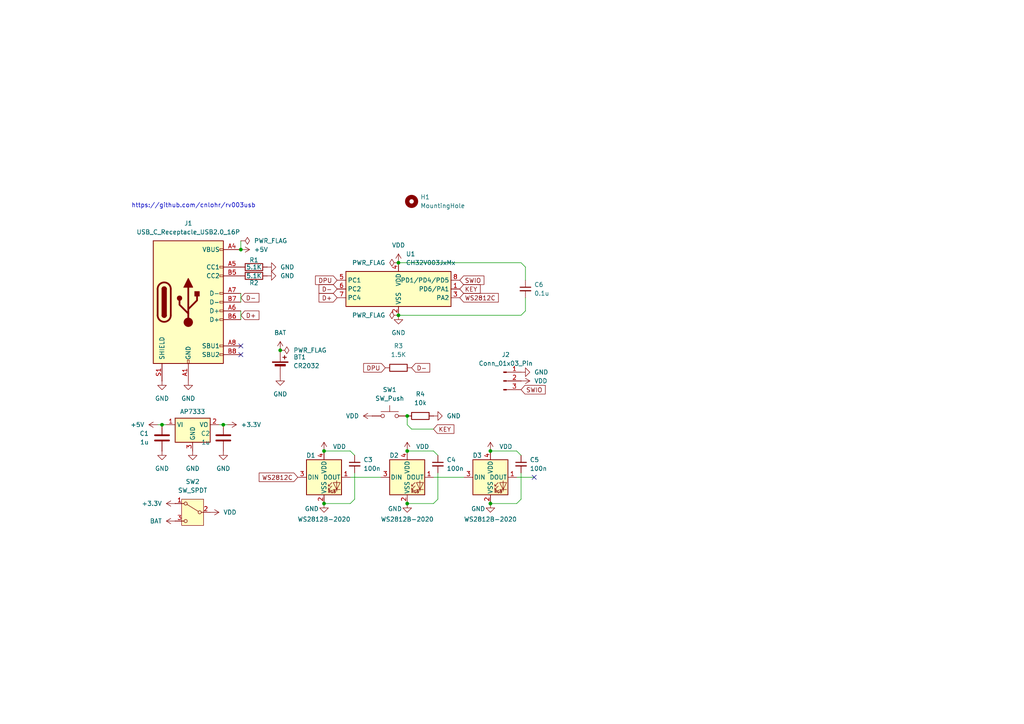
<source format=kicad_sch>
(kicad_sch (version 20250114) (generator "eeschema") (generator_version "9.0")
  (paper "A4")
  (lib_symbols
    (symbol "Connector:Conn_01x03_Pin" (pin_names (offset 1.016) (hide yes))
      (property "Reference" "J" (at 0 5.08 0))
      (property "Value" "Conn_01x03_Pin" (at 0 -5.08 0))
      (symbol "Conn_01x03_Pin_1_1"
        (rectangle (start 0.8636 2.667) (end 0 2.413) (stroke (width 0.1524)) (fill (type outline)))
        (rectangle (start 0.8636 0.127) (end 0 -0.127) (stroke (width 0.1524)) (fill (type outline)))
        (rectangle (start 0.8636 -2.413) (end 0 -2.667) (stroke (width 0.1524)) (fill (type outline)))
        (polyline (pts (xy 1.27 2.54) (xy 0.8636 2.54)) (stroke (width 0.1524)))
        (polyline (pts (xy 1.27 0) (xy 0.8636 0)) (stroke (width 0.1524)))
        (polyline (pts (xy 1.27 -2.54) (xy 0.8636 -2.54)) (stroke (width 0.1524)))
        (pin passive line (at 5.08 2.54 180) (length 3.81) (name "Pin_1") (number "1"))
        (pin passive line (at 5.08 0 180) (length 3.81) (name "Pin_2") (number "2"))
        (pin passive line (at 5.08 -2.54 180) (length 3.81) (name "Pin_3") (number "3"))
      )
    )
    (symbol "Connector:USB_C_Receptacle_USB2.0_16P" (pin_names (offset 1.016))
      (property "Reference" "J" (at 0 22.225 0))
      (property "Value" "USB_C_Receptacle_USB2.0_16P" (at 0 19.685 0))
      (symbol "USB_C_Receptacle_USB2.0_16P_0_0"
        (rectangle (start -0.254 -17.78) (end 0.254 -16.764))
        (rectangle (start 10.16 15.494) (end 9.144 14.986))
        (rectangle (start 10.16 10.414) (end 9.144 9.906))
        (rectangle (start 10.16 7.874) (end 9.144 7.366))
        (rectangle (start 10.16 2.794) (end 9.144 2.286))
        (rectangle (start 10.16 0.254) (end 9.144 -0.254))
        (rectangle (start 10.16 -2.286) (end 9.144 -2.794))
        (rectangle (start 10.16 -4.826) (end 9.144 -5.334))
        (rectangle (start 10.16 -12.446) (end 9.144 -12.954))
        (rectangle (start 10.16 -14.986) (end 9.144 -15.494))
      )
      (symbol "USB_C_Receptacle_USB2.0_16P_0_1"
        (rectangle (start -10.16 17.78) (end 10.16 -17.78) (stroke (width 0.254)) (fill (type background)))
        (polyline (pts (xy -8.89 -3.81) (xy -8.89 3.81)) (stroke (width 0.508)))
        (rectangle (start -7.62 -3.81) (end -6.35 3.81) (stroke (width 0.254)) (fill (type outline)))
        (arc (start -7.62 3.81) (mid -6.985 4.4423) (end -6.35 3.81) (stroke (width 0.254)))
        (arc (start -7.62 3.81) (mid -6.985 4.4423) (end -6.35 3.81) (stroke (width 0.254)) (fill (type outline)))
        (arc (start -8.89 3.81) (mid -6.985 5.7067) (end -5.08 3.81) (stroke (width 0.508)))
        (arc (start -5.08 -3.81) (mid -6.985 -5.7067) (end -8.89 -3.81) (stroke (width 0.508)))
        (arc (start -6.35 -3.81) (mid -6.985 -4.4423) (end -7.62 -3.81) (stroke (width 0.254)))
        (arc (start -6.35 -3.81) (mid -6.985 -4.4423) (end -7.62 -3.81) (stroke (width 0.254)) (fill (type outline)))
        (polyline (pts (xy -5.08 3.81) (xy -5.08 -3.81)) (stroke (width 0.508)))
        (circle (center -2.54 1.143) (radius 0.635) (stroke (width 0.254)) (fill (type outline)))
        (polyline (pts (xy -1.27 4.318) (xy 0 6.858) (xy 1.27 4.318) (xy -1.27 4.318)) (stroke (width 0.254)) (fill (type outline)))
        (polyline (pts (xy 0 -2.032) (xy 2.54 0.508) (xy 2.54 1.778)) (stroke (width 0.508)))
        (polyline (pts (xy 0 -3.302) (xy -2.54 -0.762) (xy -2.54 0.508)) (stroke (width 0.508)))
        (polyline (pts (xy 0 -5.842) (xy 0 4.318)) (stroke (width 0.508)))
        (circle (center 0 -5.842) (radius 1.27) (fill (type outline)))
        (rectangle (start 1.905 1.778) (end 3.175 3.048) (stroke (width 0.254)) (fill (type outline)))
      )
      (symbol "USB_C_Receptacle_USB2.0_16P_1_1"
        (pin passive line (at -7.62 -22.86 90) (length 5.08) (name "SHIELD") (number "S1"))
        (pin passive line (at 0 -22.86 90) (length 5.08) (name "GND") (number "A1"))
        (pin passive line (at 0 -22.86 90) (length 5.08) (hide yes) (name "GND") (number "A12"))
        (pin passive line (at 0 -22.86 90) (length 5.08) (hide yes) (name "GND") (number "B1"))
        (pin passive line (at 0 -22.86 90) (length 5.08) (hide yes) (name "GND") (number "B12"))
        (pin passive line (at 15.24 15.24 180) (length 5.08) (name "VBUS") (number "A4"))
        (pin passive line (at 15.24 15.24 180) (length 5.08) (hide yes) (name "VBUS") (number "A9"))
        (pin passive line (at 15.24 15.24 180) (length 5.08) (hide yes) (name "VBUS") (number "B4"))
        (pin passive line (at 15.24 15.24 180) (length 5.08) (hide yes) (name "VBUS") (number "B9"))
        (pin bidirectional line (at 15.24 10.16 180) (length 5.08) (name "CC1") (number "A5"))
        (pin bidirectional line (at 15.24 7.62 180) (length 5.08) (name "CC2") (number "B5"))
        (pin bidirectional line (at 15.24 2.54 180) (length 5.08) (name "D-") (number "A7"))
        (pin bidirectional line (at 15.24 0 180) (length 5.08) (name "D-") (number "B7"))
        (pin bidirectional line (at 15.24 -2.54 180) (length 5.08) (name "D+") (number "A6"))
        (pin bidirectional line (at 15.24 -5.08 180) (length 5.08) (name "D+") (number "B6"))
        (pin bidirectional line (at 15.24 -12.7 180) (length 5.08) (name "SBU1") (number "A8"))
        (pin bidirectional line (at 15.24 -15.24 180) (length 5.08) (name "SBU2") (number "B8"))
      )
    )
    (symbol "Device:Battery_Cell" (pin_numbers (hide yes)) (pin_names (offset 0) (hide yes))
      (property "Reference" "BT" (at 2.54 2.54 0))
      (property "Value" "Battery_Cell" (at 2.54 0 0))
      (symbol "Battery_Cell_0_1"
        (rectangle (start -2.286 1.778) (end 2.286 1.524) (fill (type outline)))
        (rectangle (start -1.524 1.016) (end 1.524 0.508) (fill (type outline)))
        (polyline (pts (xy 0 1.778) (xy 0 2.54)))
        (polyline (pts (xy 0 0.762) (xy 0 0)))
        (polyline (pts (xy 0.762 3.048) (xy 1.778 3.048)) (stroke (width 0.254)))
        (polyline (pts (xy 1.27 3.556) (xy 1.27 2.54)) (stroke (width 0.254)))
      )
      (symbol "Battery_Cell_1_1"
        (pin passive line (at 0 5.08 270) (length 2.54) (name "+") (number "1"))
        (pin passive line (at 0 -2.54 90) (length 2.54) (name "-") (number "2"))
      )
    )
    (symbol "Device:C" (pin_numbers (hide yes)) (pin_names (offset 0.254))
      (property "Reference" "C" (at 0.635 2.54 0))
      (property "Value" "C" (at 0.635 -2.54 0))
      (symbol "C_0_1"
        (polyline (pts (xy -2.032 0.762) (xy 2.032 0.762)) (stroke (width 0.508)))
        (polyline (pts (xy -2.032 -0.762) (xy 2.032 -0.762)) (stroke (width 0.508)))
      )
      (symbol "C_1_1"
        (pin passive line (at 0 3.81 270) (length 2.794) (name "~") (number "1"))
        (pin passive line (at 0 -3.81 90) (length 2.794) (name "~") (number "2"))
      )
    )
    (symbol "Device:C_Small" (pin_numbers (hide yes)) (pin_names (offset 0.254) (hide yes))
      (property "Reference" "C" (at 0.254 1.778 0))
      (property "Value" "C_Small" (at 0.254 -2.032 0))
      (symbol "C_Small_0_1"
        (polyline (pts (xy -1.524 0.508) (xy 1.524 0.508)) (stroke (width 0.3048)))
        (polyline (pts (xy -1.524 -0.508) (xy 1.524 -0.508)) (stroke (width 0.3302)))
      )
      (symbol "C_Small_1_1"
        (pin passive line (at 0 2.54 270) (length 2.032) (name "~") (number "1"))
        (pin passive line (at 0 -2.54 90) (length 2.032) (name "~") (number "2"))
      )
    )
    (symbol "Device:R" (pin_numbers (hide yes)) (pin_names (offset 0))
      (property "Reference" "R" (at 2.032 0 90))
      (property "Value" "R" (at 0 0 90))
      (symbol "R_0_1"
        (rectangle (start -1.016 -2.54) (end 1.016 2.54) (stroke (width 0.254)))
      )
      (symbol "R_1_1"
        (pin passive line (at 0 3.81 270) (length 1.27) (name "~") (number "1"))
        (pin passive line (at 0 -3.81 90) (length 1.27) (name "~") (number "2"))
      )
    )
    (symbol "LED:WS2812B-2020" (pin_names (offset 0.254))
      (property "Reference" "D" (at 5.08 5.715 0))
      (property "Value" "WS2812B-2020" (at 1.27 -5.715 0))
      (symbol "WS2812B-2020_0_0"
        (text "RGB" (at 2.286 -4.191 0) (effects (font (size 0.762 0.762))))
      )
      (symbol "WS2812B-2020_0_1"
        (polyline (pts (xy 1.27 -2.54) (xy 1.778 -2.54)))
        (polyline (pts (xy 1.27 -3.556) (xy 1.778 -3.556)))
        (polyline (pts (xy 2.286 -1.524) (xy 1.27 -2.54) (xy 1.27 -2.032)))
        (polyline (pts (xy 2.286 -2.54) (xy 1.27 -3.556) (xy 1.27 -3.048)))
        (polyline (pts (xy 3.683 -1.016) (xy 3.683 -3.556) (xy 3.683 -4.064)))
        (polyline (pts (xy 4.699 -1.524) (xy 2.667 -1.524) (xy 3.683 -3.556) (xy 4.699 -1.524)))
        (polyline (pts (xy 4.699 -3.556) (xy 2.667 -3.556)))
        (rectangle (start 5.08 5.08) (end -5.08 -5.08) (stroke (width 0.254)) (fill (type background)))
      )
      (symbol "WS2812B-2020_1_1"
        (pin input line (at -7.62 0 0) (length 2.54) (name "DIN") (number "3"))
        (pin power_in line (at 0 7.62 270) (length 2.54) (name "VDD") (number "4"))
        (pin power_in line (at 0 -7.62 90) (length 2.54) (name "VSS") (number "2"))
        (pin output line (at 7.62 0 180) (length 2.54) (name "DOUT") (number "1"))
      )
    )
    (symbol "MCU_WCH_RiscV:CH32V003JxMx"
      (property "Reference" "U" (at -15.24 7.62 0))
      (property "Value" "CH32V003JxMx" (at 15.24 7.62 0))
      (symbol "CH32V003JxMx_1_1"
        (rectangle (start -15.24 5.08) (end 15.24 -5.08) (stroke (width 0.254)) (fill (type background)))
        (pin bidirectional line (at -17.78 2.54 0) (length 2.54) (name "PC1") (number "5"))
        (pin bidirectional line (at -17.78 0 0) (length 2.54) (name "PC2") (number "6"))
        (pin bidirectional line (at -17.78 -2.54 0) (length 2.54) (name "PC4") (number "7"))
        (pin power_in line (at 0 7.62 270) (length 2.54) (name "VDD") (number "4"))
        (pin power_in line (at 0 -7.62 90) (length 2.54) (name "VSS") (number "2"))
        (pin bidirectional line (at 17.78 2.54 180) (length 2.54) (name "PD1/PD4/PD5") (number "8"))
        (pin bidirectional line (at 17.78 0 180) (length 2.54) (name "PD6/PA1") (number "1"))
        (pin bidirectional line (at 17.78 -2.54 180) (length 2.54) (name "PA2") (number "3"))
      )
    )
    (symbol "Mechanical:MountingHole" (pin_names (offset 1.016)) (in_bom no)
      (property "Reference" "H" (at 0 5.08 0))
      (property "Value" "MountingHole" (at 0 3.175 0))
      (symbol "MountingHole_0_1"
        (circle (center 0 0) (radius 1.27) (stroke (width 1.27)))
      )
    )
    (symbol "New_Library:AP7333"
      (property "Value" "AP7333" (at 0 0 0))
      (symbol "AP7333_0_1"
        (rectangle (start -5.08 -1.905) (end 5.08 -8.89) (stroke (width 0.254)) (fill (type background)))
      )
      (symbol "AP7333_1_1"
        (pin power_out line (at -7.62 -3.81 0) (length 2.54) (name "VO") (number "2"))
        (pin power_in line (at 0 -11.43 90) (length 2.54) (name "GND") (number "3"))
        (pin power_in line (at 7.62 -3.81 180) (length 2.54) (name "VI") (number "1"))
      )
    )
    (symbol "Switch:SW_Push" (pin_numbers (hide yes)) (pin_names (offset 1.016) (hide yes))
      (property "Reference" "SW" (at 1.27 2.54 0))
      (property "Value" "SW_Push" (at 0 -1.524 0))
      (symbol "SW_Push_0_1"
        (circle (center -2.032 0) (radius 0.508))
        (polyline (pts (xy 0 1.27) (xy 0 3.048)))
        (circle (center 2.032 0) (radius 0.508))
        (polyline (pts (xy 2.54 1.27) (xy -2.54 1.27)))
        (pin passive line (at -5.08 0 0) (length 2.54) (name "1") (number "1"))
        (pin passive line (at 5.08 0 180) (length 2.54) (name "2") (number "2"))
      )
    )
    (symbol "Switch:SW_SPDT" (pin_names (offset 0) (hide yes))
      (property "Reference" "SW" (at 0 5.08 0))
      (property "Value" "SW_SPDT" (at 0 -5.08 0))
      (symbol "SW_SPDT_0_1"
        (circle (center -2.032 0) (radius 0.4572))
        (polyline (pts (xy -1.651 0.254) (xy 1.651 2.286)))
        (circle (center 2.032 2.54) (radius 0.4572))
        (circle (center 2.032 -2.54) (radius 0.4572))
      )
      (symbol "SW_SPDT_1_1"
        (rectangle (start -3.175 3.81) (end 3.175 -3.81) (fill (type background)))
        (pin passive line (at -5.08 0 0) (length 2.54) (name "B") (number "2"))
        (pin passive line (at 5.08 2.54 180) (length 2.54) (name "A") (number "1"))
        (pin passive line (at 5.08 -2.54 180) (length 2.54) (name "C") (number "3"))
      )
    )
    (symbol "power:GND" (power) (pin_numbers (hide yes)) (pin_names (offset 0) (hide yes))
      (property "Value" "GND" (at 0 -3.81 0))
      (symbol "GND_0_1"
        (polyline (pts (xy 0 0) (xy 0 -1.27) (xy 1.27 -1.27) (xy 0 -2.54) (xy -1.27 -1.27) (xy 0 -1.27)))
      )
      (symbol "GND_1_1"
        (pin power_in line (at 0 0 270) (length 0) (name "~") (number "1"))
      )
    )
    (symbol "power:PWR_FLAG" (power) (pin_numbers (hide yes)) (pin_names (offset 0) (hide yes))
      (property "Value" "PWR_FLAG" (at 0 3.81 0))
      (symbol "PWR_FLAG_0_0"
        (pin power_out line (at 0 0 90) (length 0) (name "~") (number "1"))
      )
      (symbol "PWR_FLAG_0_1"
        (polyline (pts (xy 0 0) (xy 0 1.27) (xy -1.016 1.905) (xy 0 2.54) (xy 1.016 1.905) (xy 0 1.27)))
      )
    )
    (symbol "power:VCC" (power) (pin_numbers (hide yes)) (pin_names (offset 0) (hide yes))
      (property "Value" "VCC" (at 0 3.556 0))
      (symbol "VCC_0_1"
        (polyline (pts (xy -0.762 1.27) (xy 0 2.54)))
        (polyline (pts (xy 0 2.54) (xy 0.762 1.27)))
        (polyline (pts (xy 0 0) (xy 0 2.54)))
      )
      (symbol "VCC_1_1"
        (pin power_in line (at 0 0 90) (length 0) (name "~") (number "1"))
      )
    )
    (symbol "power:VDD" (power) (pin_numbers (hide yes)) (pin_names (offset 0) (hide yes))
      (property "Value" "VDD" (at 0 3.556 0))
      (symbol "VDD_0_1"
        (polyline (pts (xy -0.762 1.27) (xy 0 2.54)))
        (polyline (pts (xy 0 2.54) (xy 0.762 1.27)))
        (polyline (pts (xy 0 0) (xy 0 2.54)))
      )
      (symbol "VDD_1_1"
        (pin power_in line (at 0 0 90) (length 0) (name "~") (number "1"))
      )
    )
  )
  (text "https://github.com/cnlohr/rv003usb" (at 56.134 59.69 0) (effects (font (size 1.27 1.27))))
  (junction (at 93.98 130.81))
  (junction (at 115.57 76.2))
  (junction (at 46.99 123.19))
  (junction (at 93.98 146.05))
  (junction (at 142.24 130.81))
  (junction (at 118.11 130.81))
  (junction (at 142.24 146.05))
  (junction (at 118.11 120.65))
  (junction (at 69.85 72.39))
  (junction (at 118.11 146.05))
  (junction (at 64.77 123.19))
  (junction (at 81.28 101.6))
  (junction (at 115.57 91.44))
  (no_connect (at 69.85 100.33))
  (no_connect (at 69.85 102.87))
  (no_connect (at 154.94 138.43))
  (wire (pts (xy 101.6 130.81) (xy 93.98 130.81)))
  (wire (pts (xy 102.87 144.78) (xy 101.6 146.05)))
  (wire (pts (xy 149.86 130.81) (xy 142.24 130.81)))
  (wire (pts (xy 151.13 76.2) (xy 152.4 77.47)))
  (wire (pts (xy 151.13 91.44) (xy 115.57 91.44)))
  (wire (pts (xy 45.72 123.19) (xy 46.99 123.19)))
  (wire (pts (xy 69.85 69.85) (xy 69.85 72.39)))
  (wire (pts (xy 118.11 123.19) (xy 118.11 120.65)))
  (wire (pts (xy 64.77 123.19) (xy 63.5 123.19)))
  (wire (pts (xy 127 144.78) (xy 125.73 146.05)))
  (wire (pts (xy 151.13 137.16) (xy 151.13 144.78)))
  (wire (pts (xy 125.73 130.81) (xy 127 132.08)))
  (wire (pts (xy 46.99 123.19) (xy 48.26 123.19)))
  (wire (pts (xy 101.6 138.43) (xy 110.49 138.43)))
  (wire (pts (xy 125.73 138.43) (xy 134.62 138.43)))
  (wire (pts (xy 119.38 124.46) (xy 118.11 123.19)))
  (wire (pts (xy 149.86 138.43) (xy 154.94 138.43)))
  (wire (pts (xy 102.87 137.16) (xy 102.87 144.78)))
  (wire (pts (xy 142.24 146.05) (xy 149.86 146.05)))
  (wire (pts (xy 127 137.16) (xy 127 144.78)))
  (wire (pts (xy 149.86 130.81) (xy 151.13 132.08)))
  (wire (pts (xy 119.38 124.46) (xy 125.73 124.46)))
  (wire (pts (xy 66.04 123.19) (xy 64.77 123.19)))
  (wire (pts (xy 152.4 77.47) (xy 152.4 81.28)))
  (wire (pts (xy 151.13 76.2) (xy 115.57 76.2)))
  (wire (pts (xy 69.85 85.09) (xy 69.85 87.63)))
  (wire (pts (xy 101.6 130.81) (xy 102.87 132.08)))
  (wire (pts (xy 151.13 91.44) (xy 152.4 90.17)))
  (wire (pts (xy 151.13 144.78) (xy 149.86 146.05)))
  (wire (pts (xy 118.11 146.05) (xy 125.73 146.05)))
  (wire (pts (xy 69.85 90.17) (xy 69.85 92.71)))
  (wire (pts (xy 93.98 146.05) (xy 101.6 146.05)))
  (wire (pts (xy 152.4 90.17) (xy 152.4 86.36)))
  (wire (pts (xy 125.73 130.81) (xy 118.11 130.81)))
  (global_label "DPU" (shape input) (at 111.76 106.68 180) (property "Intersheetrefs" "${INTERSHEET_REFS}" (effects (hide yes))))
  (global_label "D-" (shape input) (at 69.85 86.36 0) (property "Intersheetrefs" "${INTERSHEET_REFS}" (effects (hide yes))))
  (global_label "D+" (shape input) (at 97.79 86.36 180) (property "Intersheetrefs" "${INTERSHEET_REFS}" (effects (hide yes))))
  (global_label "WS2812C" (shape input) (at 86.36 138.43 180) (property "Intersheetrefs" "${INTERSHEET_REFS}" (effects (hide yes))))
  (global_label "D+" (shape input) (at 69.85 91.44 0) (property "Intersheetrefs" "${INTERSHEET_REFS}" (effects (hide yes))))
  (global_label "D-" (shape input) (at 119.38 106.68 0) (property "Intersheetrefs" "${INTERSHEET_REFS}" (effects (hide yes))))
  (global_label "KEY" (shape input) (at 125.73 124.46 0) (property "Intersheetrefs" "${INTERSHEET_REFS}" (effects (hide yes))))
  (global_label "SWIO" (shape input) (at 133.35 81.28 0) (property "Intersheetrefs" "${INTERSHEET_REFS}" (effects (hide yes))))
  (global_label "D-" (shape input) (at 97.79 83.82 180) (property "Intersheetrefs" "${INTERSHEET_REFS}" (effects (hide yes))))
  (global_label "DPU" (shape input) (at 97.79 81.28 180) (property "Intersheetrefs" "${INTERSHEET_REFS}" (effects (hide yes))))
  (global_label "KEY" (shape input) (at 133.35 83.82 0) (property "Intersheetrefs" "${INTERSHEET_REFS}" (effects (hide yes))))
  (global_label "WS2812C" (shape input) (at 133.35 86.36 0) (property "Intersheetrefs" "${INTERSHEET_REFS}" (effects (hide yes))))
  (global_label "SWIO" (shape input) (at 151.13 113.03 0) (property "Intersheetrefs" "${INTERSHEET_REFS}" (effects (hide yes))))
  (symbol (lib_id "LED:WS2812B-2020") (at 142.24 138.43 0) (unit 1)
    (property "Reference" "D3" (at 138.43 132.08 0))
    (property "Value" "WS2812B-2020" (at 142.24 150.622 0))
    (property "Footprint" "LED_SMD:LED_WS2812B-2020_PLCC4_2.0x2.0mm" (effects (hide yes)))
    (property "Datasheet" "https://cdn-shop.adafruit.com/product-files/4684/4684_WS2812B-2020_V1.3_EN.pdf" (effects (hide yes)))
    (property "Description" "RGB LED with integrated controller, 2.0 x 2.0 mm, 12 mA" (effects (hide yes)))
  )
  (symbol (lib_id "LED:WS2812B-2020") (at 118.11 138.43 0) (unit 1)
    (property "Reference" "D2" (at 114.3 132.08 0))
    (property "Value" "WS2812B-2020" (at 118.11 150.622 0))
    (property "Footprint" "LED_SMD:LED_WS2812B-2020_PLCC4_2.0x2.0mm" (effects (hide yes)))
    (property "Datasheet" "https://cdn-shop.adafruit.com/product-files/4684/4684_WS2812B-2020_V1.3_EN.pdf" (effects (hide yes)))
    (property "Description" "RGB LED with integrated controller, 2.0 x 2.0 mm, 12 mA" (effects (hide yes)))
  )
  (symbol (lib_id "power:GND") (at 77.47 77.47 90) (unit 1)
    (property "Reference" "#PWR02" (effects (hide yes)))
    (property "Value" "GND" (at 81.28 77.4699 90) (effects (justify right)))
    (property "Description" "Power symbol creates a global label with name \"GND\" , ground" (effects (hide yes)))
  )
  (symbol (lib_id "Device:C_Small") (at 152.4 83.82 0) (unit 1)
    (property "Reference" "C6" (at 154.94 82.5562 0) (effects (justify left)))
    (property "Value" "0.1u" (at 154.94 85.0962 0) (effects (justify left)))
    (property "Footprint" "Capacitor_SMD:C_0603_1608Metric_Pad1.08x0.95mm_HandSolder" (effects (hide yes)))
    (property "Description" "Unpolarized capacitor, small symbol" (effects (hide yes)))
  )
  (symbol (lib_id "power:GND") (at 64.77 130.81 0) (mirror y) (unit 1)
    (property "Reference" "#PWR011" (effects (hide yes)))
    (property "Value" "GND" (at 64.77 135.89 0))
    (property "Description" "Power symbol creates a global label with name \"GND\" , ground" (effects (hide yes)))
  )
  (symbol (lib_id "Switch:SW_SPDT") (at 55.88 148.59 0) (mirror y) (unit 1)
    (property "Reference" "SW2" (at 55.88 139.7 0))
    (property "Value" "SW_SPDT" (at 55.88 142.24 0))
    (property "Footprint" "Button_Switch_THT:SW_Slide-03_Wuerth-WS-SLTV_10x2.5x6.4_P2.54mm" (effects (hide yes)))
    (property "Description" "Switch, single pole double throw" (effects (hide yes)))
  )
  (symbol (lib_id "power:VCC") (at 115.57 76.2 0) (unit 1)
    (property "Reference" "#PWR07" (effects (hide yes)))
    (property "Value" "VDD" (at 115.57 71.12 0))
    (property "Description" "Power symbol creates a global label with name \"VCC\"" (effects (hide yes)))
  )
  (symbol (lib_id "MCU_WCH_RiscV:CH32V003JxMx") (at 115.57 83.82 0) (unit 1)
    (property "Reference" "U1" (at 117.7133 73.66 0) (effects (justify left)))
    (property "Value" "CH32V003JxMx" (at 117.7133 76.2 0) (effects (justify left)))
    (property "Footprint" "Package_SO:JEITA_SOIC-8_3.9x4.9mm_P1.27mm" (effects (hide yes)))
    (property "Datasheet" "https://www.wch-ic.com/products/CH32V003.html" (effects (hide yes)))
    (property "Description" "CH32V003 series are industrial-grade general-purpose microcontrollers designed based on 32-bit RISC-V instruction set and architecture. It adopts QingKe V2A core, RV32EC instruction set, and supports 2 levels of interrupt nesting. The series are mounted with rich peripheral interfaces and function modules. Its internal organizational structure meets the low-cost and low-power embedded application scenarios. JEITA SOIC-8 (SOP-8)" (effects (hide yes)))
  )
  (symbol (lib_id "Connector:Conn_01x03_Pin") (at 146.05 110.49 0) (unit 1)
    (property "Reference" "J2" (at 146.685 102.87 0))
    (property "Value" "Conn_01x03_Pin" (at 146.685 105.41 0))
    (property "Footprint" "Connector_PinHeader_2.54mm:PinHeader_1x03_P2.54mm_Vertical" (effects (hide yes)))
    (property "Description" "Generic connector, single row, 01x03, script generated" (effects (hide yes)))
  )
  (symbol (lib_id "Device:R") (at 121.92 120.65 270) (unit 1)
    (property "Reference" "R4" (at 121.92 114.3 90))
    (property "Value" "10k" (at 121.92 116.84 90))
    (property "Footprint" "Resistor_SMD:R_0603_1608Metric_Pad0.98x0.95mm_HandSolder" (effects (hide yes)))
    (property "Description" "Resistor" (effects (hide yes)))
  )
  (symbol (lib_id "power:VDD") (at 45.72 123.19 90) (mirror x) (unit 1)
    (property "Reference" "#PWR010" (effects (hide yes)))
    (property "Value" "+5V" (at 41.91 123.1899 90) (effects (justify left)))
    (property "Description" "Power symbol creates a global label with name \"VDD\"" (effects (hide yes)))
  )
  (symbol (lib_id "Device:C_Small") (at 151.13 134.62 0) (unit 1)
    (property "Reference" "C5" (at 153.67 133.3562 0) (effects (justify left)))
    (property "Value" "100n" (at 153.67 135.8962 0) (effects (justify left)))
    (property "Footprint" "Capacitor_SMD:C_0603_1608Metric_Pad1.08x0.95mm_HandSolder" (effects (hide yes)))
    (property "Description" "Unpolarized capacitor, small symbol" (effects (hide yes)))
  )
  (symbol (lib_id "power:GND") (at 125.73 120.65 90) (unit 1)
    (property "Reference" "#PWR019" (effects (hide yes)))
    (property "Value" "GND" (at 129.54 120.6499 90) (effects (justify right)))
    (property "Description" "Power symbol creates a global label with name \"GND\" , ground" (effects (hide yes)))
  )
  (symbol (lib_id "Device:C_Small") (at 102.87 134.62 0) (unit 1)
    (property "Reference" "C3" (at 105.41 133.3562 0) (effects (justify left)))
    (property "Value" "100n" (at 105.41 135.8962 0) (effects (justify left)))
    (property "Footprint" "Capacitor_SMD:C_0603_1608Metric_Pad1.08x0.95mm_HandSolder" (effects (hide yes)))
    (property "Description" "Unpolarized capacitor, small symbol" (effects (hide yes)))
  )
  (symbol (lib_id "power:VDD") (at 50.8 151.13 90) (unit 1)
    (property "Reference" "#PWR024" (effects (hide yes)))
    (property "Value" "BAT" (at 46.99 151.1299 90) (effects (justify left)))
    (property "Description" "Power symbol creates a global label with name \"VDD\"" (effects (hide yes)))
  )
  (symbol (lib_id "power:GND") (at 151.13 107.95 90) (unit 1)
    (property "Reference" "#PWR026" (effects (hide yes)))
    (property "Value" "GND" (at 154.94 107.9499 90) (effects (justify right)))
    (property "Description" "Power symbol creates a global label with name \"GND\" , ground" (effects (hide yes)))
  )
  (symbol (lib_id "Device:C_Small") (at 127 134.62 0) (unit 1)
    (property "Reference" "C4" (at 129.54 133.3562 0) (effects (justify left)))
    (property "Value" "100n" (at 129.54 135.8962 0) (effects (justify left)))
    (property "Footprint" "Capacitor_SMD:C_0603_1608Metric_Pad1.08x0.95mm_HandSolder" (effects (hide yes)))
    (property "Description" "Unpolarized capacitor, small symbol" (effects (hide yes)))
  )
  (symbol (lib_id "Device:C") (at 46.99 127 0) (mirror y) (unit 1)
    (property "Reference" "C1" (at 43.18 125.7299 0) (effects (justify left)))
    (property "Value" "1u" (at 43.18 128.2699 0) (effects (justify left)))
    (property "Footprint" "Capacitor_SMD:C_0603_1608Metric_Pad1.08x0.95mm_HandSolder" (effects (hide yes)))
    (property "Description" "Unpolarized capacitor" (effects (hide yes)))
  )
  (symbol (lib_id "power:GND") (at 115.57 91.44 0) (unit 1)
    (property "Reference" "#PWR01" (effects (hide yes)))
    (property "Value" "GND" (at 115.57 96.52 0))
    (property "Description" "Power symbol creates a global label with name \"GND\" , ground" (effects (hide yes)))
  )
  (symbol (lib_id "power:VDD") (at 151.13 110.49 270) (unit 1)
    (property "Reference" "#PWR025" (effects (hide yes)))
    (property "Value" "VDD" (at 154.94 110.4899 90) (effects (justify left)))
    (property "Description" "Power symbol creates a global label with name \"VDD\"" (effects (hide yes)))
  )
  (symbol (lib_id "LED:WS2812B-2020") (at 93.98 138.43 0) (unit 1)
    (property "Reference" "D1" (at 90.17 132.08 0))
    (property "Value" "WS2812B-2020" (at 93.98 150.622 0))
    (property "Footprint" "LED_SMD:LED_WS2812B-2020_PLCC4_2.0x2.0mm" (effects (hide yes)))
    (property "Datasheet" "https://cdn-shop.adafruit.com/product-files/4684/4684_WS2812B-2020_V1.3_EN.pdf" (effects (hide yes)))
    (property "Description" "RGB LED with integrated controller, 2.0 x 2.0 mm, 12 mA" (effects (hide yes)))
  )
  (symbol (lib_id "power:PWR_FLAG") (at 69.85 69.85 270) (unit 1)
    (property "Reference" "#FLG02" (effects (hide yes)))
    (property "Value" "PWR_FLAG" (at 73.66 69.8499 90) (effects (justify left)))
    (property "Description" "Special symbol for telling ERC where power comes from" (effects (hide yes)))
  )
  (symbol (lib_id "power:GND") (at 93.98 146.05 0) (unit 1)
    (property "Reference" "#PWR013" (effects (hide yes)))
    (property "Value" "GND" (at 90.424 147.574 0))
    (property "Description" "Power symbol creates a global label with name \"GND\" , ground" (effects (hide yes)))
  )
  (symbol (lib_id "Device:C") (at 64.77 127 0) (mirror y) (unit 1)
    (property "Reference" "C2" (at 60.96 125.7299 0) (effects (justify left)))
    (property "Value" "1u" (at 60.96 128.2699 0) (effects (justify left)))
    (property "Footprint" "Capacitor_SMD:C_0603_1608Metric_Pad1.08x0.95mm_HandSolder" (effects (hide yes)))
    (property "Description" "Unpolarized capacitor" (effects (hide yes)))
  )
  (symbol (lib_id "power:PWR_FLAG") (at 115.57 76.2 90) (unit 1)
    (property "Reference" "#FLG01" (effects (hide yes)))
    (property "Value" "PWR_FLAG" (at 111.76 76.1999 90) (effects (justify left)))
    (property "Description" "Special symbol for telling ERC where power comes from" (effects (hide yes)))
  )
  (symbol (lib_id "Device:R") (at 115.57 106.68 90) (unit 1)
    (property "Reference" "R3" (at 115.57 100.33 90))
    (property "Value" "1.5K" (at 115.57 102.87 90))
    (property "Footprint" "Resistor_SMD:R_0603_1608Metric_Pad0.98x0.95mm_HandSolder" (effects (hide yes)))
    (property "Description" "Resistor" (effects (hide yes)))
  )
  (symbol (lib_id "Device:R") (at 73.66 77.47 90) (unit 1)
    (property "Reference" "R1" (at 73.66 75.438 90))
    (property "Value" "5.1K" (at 73.66 77.47 90))
    (property "Footprint" "Resistor_SMD:R_0603_1608Metric_Pad0.98x0.95mm_HandSolder" (effects (hide yes)))
    (property "Description" "Resistor" (effects (hide yes)))
  )
  (symbol (lib_id "power:GND") (at 142.24 146.05 0) (unit 1)
    (property "Reference" "#PWR018" (effects (hide yes)))
    (property "Value" "GND" (at 138.684 147.574 0))
    (property "Description" "Power symbol creates a global label with name \"GND\" , ground" (effects (hide yes)))
  )
  (symbol (lib_id "power:PWR_FLAG") (at 81.28 101.6 270) (unit 1)
    (property "Reference" "#FLG03" (effects (hide yes)))
    (property "Value" "PWR_FLAG" (at 85.09 101.5999 90) (effects (justify left)))
    (property "Description" "Special symbol for telling ERC where power comes from" (effects (hide yes)))
  )
  (symbol (lib_id "power:VDD") (at 107.95 120.65 90) (unit 1)
    (property "Reference" "#PWR027" (effects (hide yes)))
    (property "Value" "VDD" (at 104.14 120.6499 90) (effects (justify left)))
    (property "Description" "Power symbol creates a global label with name \"VDD\"" (effects (hide yes)))
  )
  (symbol (lib_id "Switch:SW_Push") (at 113.03 120.65 0) (unit 1)
    (property "Reference" "SW1" (at 113.03 113.03 0))
    (property "Value" "SW_Push" (at 113.03 115.57 0))
    (property "Footprint" "Library:CherryMX_Red" (effects (hide yes)))
    (property "Description" "Push button switch, generic, two pins" (effects (hide yes)))
  )
  (symbol (lib_id "power:GND") (at 77.47 80.01 90) (unit 1)
    (property "Reference" "#PWR03" (effects (hide yes)))
    (property "Value" "GND" (at 81.28 80.0099 90) (effects (justify right)))
    (property "Description" "Power symbol creates a global label with name \"GND\" , ground" (effects (hide yes)))
  )
  (symbol (lib_id "power:GND") (at 55.88 130.81 0) (mirror y) (unit 1)
    (property "Reference" "#PWR08" (effects (hide yes)))
    (property "Value" "GND" (at 55.88 135.89 0))
    (property "Description" "Power symbol creates a global label with name \"GND\" , ground" (effects (hide yes)))
  )
  (symbol (lib_id "power:VCC") (at 142.24 130.81 0) (unit 1)
    (property "Reference" "#PWR017" (effects (hide yes)))
    (property "Value" "VDD" (at 144.78 129.5399 0) (effects (justify left)))
    (property "Description" "Power symbol creates a global label with name \"VCC\"" (effects (hide yes)))
  )
  (symbol (lib_id "New_Library:AP7333") (at 55.88 119.38 0) (mirror y) (unit 1)
    (property "Reference" "U2" (effects (hide yes)))
    (property "Value" "AP7333" (at 55.88 119.38 0))
    (property "Footprint" "Library:AP7333" (effects (hide yes)))
    (property "Datasheet" "https://akizukidenshi.com/goodsaffix/ap7333.pdf" (effects (hide yes)))
  )
  (symbol (lib_id "power:GND") (at 46.99 130.81 0) (mirror y) (unit 1)
    (property "Reference" "#PWR012" (effects (hide yes)))
    (property "Value" "GND" (at 46.99 135.89 0))
    (property "Description" "Power symbol creates a global label with name \"GND\" , ground" (effects (hide yes)))
  )
  (symbol (lib_id "power:VCC") (at 93.98 130.81 0) (unit 1)
    (property "Reference" "#PWR016" (effects (hide yes)))
    (property "Value" "VDD" (at 96.52 129.5399 0) (effects (justify left)))
    (property "Description" "Power symbol creates a global label with name \"VCC\"" (effects (hide yes)))
  )
  (symbol (lib_id "power:VDD") (at 50.8 146.05 90) (unit 1)
    (property "Reference" "#PWR023" (effects (hide yes)))
    (property "Value" "+3.3V" (at 46.99 146.0499 90) (effects (justify left)))
    (property "Description" "Power symbol creates a global label with name \"VDD\"" (effects (hide yes)))
  )
  (symbol (lib_id "power:GND") (at 54.61 110.49 0) (unit 1)
    (property "Reference" "#PWR06" (effects (hide yes)))
    (property "Value" "GND" (at 54.61 115.57 0))
    (property "Description" "Power symbol creates a global label with name \"GND\" , ground" (effects (hide yes)))
  )
  (symbol (lib_id "Connector:USB_C_Receptacle_USB2.0_16P") (at 54.61 87.63 0) (unit 1)
    (property "Reference" "J1" (at 54.61 64.77 0))
    (property "Value" "USB_C_Receptacle_USB2.0_16P" (at 54.61 67.31 0))
    (property "Footprint" "Connector_USB:USB_C_Receptacle_GCT_USB4105-xx-A_16P_TopMnt_Horizontal" (effects (hide yes)))
    (property "Datasheet" "https://www.usb.org/sites/default/files/documents/usb_type-c.zip" (effects (hide yes)))
    (property "Description" "USB 2.0-only 16P Type-C Receptacle connector" (effects (hide yes)))
  )
  (symbol (lib_id "Mechanical:MountingHole") (at 119.38 58.42 0) (unit 1) (in_bom no)
    (property "Reference" "H1" (at 121.92 57.1499 0) (effects (justify left)))
    (property "Value" "MountingHole" (at 121.92 59.6899 0) (effects (justify left)))
    (property "Footprint" "MountingHole:MountingHole_2.2mm_M2" (effects (hide yes)))
    (property "Description" "Mounting Hole without connection" (effects (hide yes)))
  )
  (symbol (lib_id "power:VCC") (at 118.11 130.81 0) (unit 1)
    (property "Reference" "#PWR014" (effects (hide yes)))
    (property "Value" "VDD" (at 120.65 129.5399 0) (effects (justify left)))
    (property "Description" "Power symbol creates a global label with name \"VCC\"" (effects (hide yes)))
  )
  (symbol (lib_id "power:GND") (at 118.11 146.05 0) (unit 1)
    (property "Reference" "#PWR015" (effects (hide yes)))
    (property "Value" "GND" (at 114.554 147.574 0))
    (property "Description" "Power symbol creates a global label with name \"GND\" , ground" (effects (hide yes)))
  )
  (symbol (lib_id "Device:R") (at 73.66 80.01 90) (unit 1)
    (property "Reference" "R2" (at 73.66 82.042 90))
    (property "Value" "5.1K" (at 73.66 80.01 90))
    (property "Footprint" "Resistor_SMD:R_0603_1608Metric_Pad0.98x0.95mm_HandSolder" (effects (hide yes)))
    (property "Description" "Resistor" (effects (hide yes)))
  )
  (symbol (lib_id "power:GND") (at 81.28 109.22 0) (unit 1)
    (property "Reference" "#PWR020" (effects (hide yes)))
    (property "Value" "GND" (at 81.28 114.3 0))
    (property "Description" "Power symbol creates a global label with name \"GND\" , ground" (effects (hide yes)))
  )
  (symbol (lib_id "Device:Battery_Cell") (at 81.28 106.68 0) (unit 1)
    (property "Reference" "BT1" (at 85.09 103.5684 0) (effects (justify left)))
    (property "Value" "CR2032" (at 85.09 106.1084 0) (effects (justify left)))
    (property "Footprint" "Battery:BatteryHolder_Multicomp_BC-2001_1x2032" (effects (hide yes)))
    (property "Description" "Single-cell battery" (effects (hide yes)))
  )
  (symbol (lib_id "power:GND") (at 46.99 110.49 0) (unit 1)
    (property "Reference" "#PWR05" (effects (hide yes)))
    (property "Value" "GND" (at 46.99 115.57 0))
    (property "Description" "Power symbol creates a global label with name \"GND\" , ground" (effects (hide yes)))
  )
  (symbol (lib_id "power:VDD") (at 66.04 123.19 270) (mirror x) (unit 1)
    (property "Reference" "#PWR09" (effects (hide yes)))
    (property "Value" "+3.3V" (at 69.85 123.1899 90) (effects (justify left)))
    (property "Description" "Power symbol creates a global label with name \"VDD\"" (effects (hide yes)))
  )
  (symbol (lib_id "power:VDD") (at 81.28 101.6 0) (unit 1)
    (property "Reference" "#PWR021" (effects (hide yes)))
    (property "Value" "BAT" (at 81.28 96.52 0))
    (property "Description" "Power symbol creates a global label with name \"VDD\"" (effects (hide yes)))
  )
  (symbol (lib_id "power:VCC") (at 69.85 72.39 270) (unit 1)
    (property "Reference" "#PWR04" (effects (hide yes)))
    (property "Value" "+5V" (at 73.66 72.3899 90) (effects (justify left)))
    (property "Description" "Power symbol creates a global label with name \"VCC\"" (effects (hide yes)))
  )
  (symbol (lib_id "power:VDD") (at 60.96 148.59 270) (unit 1)
    (property "Reference" "#PWR022" (effects (hide yes)))
    (property "Value" "VDD" (at 64.77 148.5899 90) (effects (justify left)))
    (property "Description" "Power symbol creates a global label with name \"VDD\"" (effects (hide yes)))
  )
  (symbol (lib_id "power:PWR_FLAG") (at 115.57 91.44 90) (unit 1)
    (property "Reference" "#FLG04" (effects (hide yes)))
    (property "Value" "PWR_FLAG" (at 111.76 91.4399 90) (effects (justify left)))
    (property "Description" "Special symbol for telling ERC where power comes from" (effects (hide yes)))
  )
)
</source>
